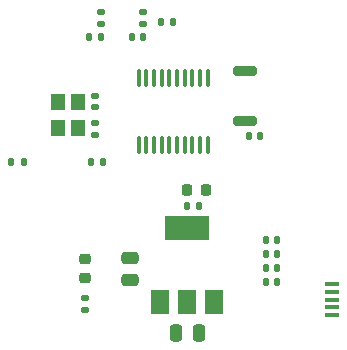
<source format=gbr>
%TF.GenerationSoftware,KiCad,Pcbnew,7.0.6*%
%TF.CreationDate,2023-07-29T21:44:08+03:00*%
%TF.ProjectId,cat-toy-stm-c0,6361742d-746f-4792-9d73-746d2d63302e,rev?*%
%TF.SameCoordinates,Original*%
%TF.FileFunction,Paste,Top*%
%TF.FilePolarity,Positive*%
%FSLAX46Y46*%
G04 Gerber Fmt 4.6, Leading zero omitted, Abs format (unit mm)*
G04 Created by KiCad (PCBNEW 7.0.6) date 2023-07-29 21:44:08*
%MOMM*%
%LPD*%
G01*
G04 APERTURE LIST*
G04 Aperture macros list*
%AMRoundRect*
0 Rectangle with rounded corners*
0 $1 Rounding radius*
0 $2 $3 $4 $5 $6 $7 $8 $9 X,Y pos of 4 corners*
0 Add a 4 corners polygon primitive as box body*
4,1,4,$2,$3,$4,$5,$6,$7,$8,$9,$2,$3,0*
0 Add four circle primitives for the rounded corners*
1,1,$1+$1,$2,$3*
1,1,$1+$1,$4,$5*
1,1,$1+$1,$6,$7*
1,1,$1+$1,$8,$9*
0 Add four rect primitives between the rounded corners*
20,1,$1+$1,$2,$3,$4,$5,0*
20,1,$1+$1,$4,$5,$6,$7,0*
20,1,$1+$1,$6,$7,$8,$9,0*
20,1,$1+$1,$8,$9,$2,$3,0*%
G04 Aperture macros list end*
%ADD10R,1.200000X1.400000*%
%ADD11RoundRect,0.135000X0.185000X-0.135000X0.185000X0.135000X-0.185000X0.135000X-0.185000X-0.135000X0*%
%ADD12RoundRect,0.140000X-0.140000X-0.170000X0.140000X-0.170000X0.140000X0.170000X-0.140000X0.170000X0*%
%ADD13RoundRect,0.135000X0.135000X0.185000X-0.135000X0.185000X-0.135000X-0.185000X0.135000X-0.185000X0*%
%ADD14RoundRect,0.140000X0.170000X-0.140000X0.170000X0.140000X-0.170000X0.140000X-0.170000X-0.140000X0*%
%ADD15RoundRect,0.218750X0.256250X-0.218750X0.256250X0.218750X-0.256250X0.218750X-0.256250X-0.218750X0*%
%ADD16RoundRect,0.225000X-0.225000X-0.250000X0.225000X-0.250000X0.225000X0.250000X-0.225000X0.250000X0*%
%ADD17R,1.500000X2.000000*%
%ADD18R,3.800000X2.000000*%
%ADD19RoundRect,0.200000X-0.800000X0.200000X-0.800000X-0.200000X0.800000X-0.200000X0.800000X0.200000X0*%
%ADD20RoundRect,0.140000X0.140000X0.170000X-0.140000X0.170000X-0.140000X-0.170000X0.140000X-0.170000X0*%
%ADD21RoundRect,0.135000X-0.135000X-0.185000X0.135000X-0.185000X0.135000X0.185000X-0.135000X0.185000X0*%
%ADD22RoundRect,0.100000X0.100000X-0.637500X0.100000X0.637500X-0.100000X0.637500X-0.100000X-0.637500X0*%
%ADD23R,1.300000X0.450000*%
%ADD24RoundRect,0.250000X0.250000X0.475000X-0.250000X0.475000X-0.250000X-0.475000X0.250000X-0.475000X0*%
%ADD25RoundRect,0.135000X-0.185000X0.135000X-0.185000X-0.135000X0.185000X-0.135000X0.185000X0.135000X0*%
%ADD26RoundRect,0.250000X-0.475000X0.250000X-0.475000X-0.250000X0.475000X-0.250000X0.475000X0.250000X0*%
G04 APERTURE END LIST*
D10*
%TO.C,Y1*%
X175900000Y-84550000D03*
X175900000Y-82350000D03*
X174200000Y-82350000D03*
X174200000Y-84550000D03*
%TD*%
D11*
%TO.C,R4*%
X181400000Y-75720000D03*
X181400000Y-74700000D03*
%TD*%
D12*
%TO.C,C12*%
X182920000Y-75600000D03*
X183880000Y-75600000D03*
%TD*%
D13*
%TO.C,R3*%
X177960000Y-87450000D03*
X176940000Y-87450000D03*
%TD*%
D14*
%TO.C,C11*%
X177300000Y-82760000D03*
X177300000Y-81800000D03*
%TD*%
D15*
%TO.C,D1*%
X176500000Y-97237500D03*
X176500000Y-95662500D03*
%TD*%
D12*
%TO.C,C6*%
X191770000Y-97600000D03*
X192730000Y-97600000D03*
%TD*%
D16*
%TO.C,C8*%
X185120000Y-89800000D03*
X186670000Y-89800000D03*
%TD*%
D17*
%TO.C,U1*%
X182800000Y-99300000D03*
X185100000Y-99300000D03*
D18*
X185100000Y-93000000D03*
D17*
X187400000Y-99300000D03*
%TD*%
D19*
%TO.C,SW1*%
X190020000Y-79700000D03*
X190020000Y-83900000D03*
%TD*%
D20*
%TO.C,C14*%
X177800000Y-76800000D03*
X176840000Y-76800000D03*
%TD*%
D12*
%TO.C,C7*%
X185140000Y-91100000D03*
X186100000Y-91100000D03*
%TD*%
D21*
%TO.C,R2*%
X170240000Y-87450000D03*
X171260000Y-87450000D03*
%TD*%
D12*
%TO.C,C5*%
X191770000Y-96400000D03*
X192730000Y-96400000D03*
%TD*%
D22*
%TO.C,U2*%
X181000000Y-86000000D03*
X181650000Y-86000000D03*
X182300000Y-86000000D03*
X182950000Y-86000000D03*
X183600000Y-86000000D03*
X184250000Y-86000000D03*
X184900000Y-86000000D03*
X185550000Y-86000000D03*
X186200000Y-86000000D03*
X186850000Y-86000000D03*
X186850000Y-80275000D03*
X186200000Y-80275000D03*
X185550000Y-80275000D03*
X184900000Y-80275000D03*
X184250000Y-80275000D03*
X183600000Y-80275000D03*
X182950000Y-80275000D03*
X182300000Y-80275000D03*
X181650000Y-80275000D03*
X181000000Y-80275000D03*
%TD*%
D11*
%TO.C,R5*%
X177840000Y-75710000D03*
X177840000Y-74690000D03*
%TD*%
D12*
%TO.C,C3*%
X191780000Y-94000000D03*
X192740000Y-94000000D03*
%TD*%
D23*
%TO.C,J8*%
X197350000Y-100375000D03*
X197350000Y-99725000D03*
X197350000Y-99075000D03*
X197350000Y-98425000D03*
X197350000Y-97775000D03*
%TD*%
D12*
%TO.C,C9*%
X190340000Y-85200000D03*
X191300000Y-85200000D03*
%TD*%
%TO.C,C4*%
X191770000Y-95200000D03*
X192730000Y-95200000D03*
%TD*%
D20*
%TO.C,C13*%
X181400000Y-76800000D03*
X180440000Y-76800000D03*
%TD*%
D24*
%TO.C,C1*%
X186100000Y-101900000D03*
X184200000Y-101900000D03*
%TD*%
D25*
%TO.C,R1*%
X176500000Y-98890000D03*
X176500000Y-99910000D03*
%TD*%
D26*
%TO.C,C2*%
X180300000Y-95500000D03*
X180300000Y-97400000D03*
%TD*%
D14*
%TO.C,C10*%
X177300000Y-85110000D03*
X177300000Y-84150000D03*
%TD*%
M02*

</source>
